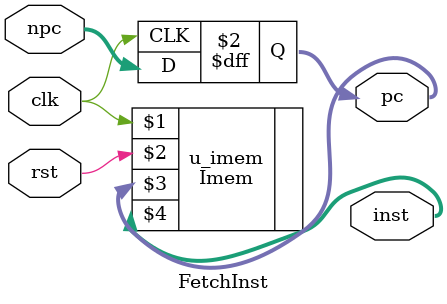
<source format=v>

module FetchInst(
    input clk,
    input rst,
    input[31:0] npc,
    output reg[31:0] pc,
    output[31:0] inst
);  
    
    Imem u_imem(
        clk,
        rst,
        pc,
        inst
    );

    always@(posedge clk) begin
        pc <= npc;
    end
    


endmodule
</source>
